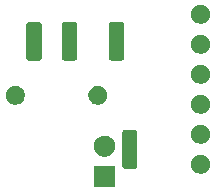
<source format=gbr>
G04 #@! TF.GenerationSoftware,KiCad,Pcbnew,(5.1.5)-3*
G04 #@! TF.CreationDate,2020-12-21T12:28:59+01:00*
G04 #@! TF.ProjectId,epimetheus_bme680,6570696d-6574-4686-9575-735f626d6536,rev?*
G04 #@! TF.SameCoordinates,Original*
G04 #@! TF.FileFunction,Soldermask,Top*
G04 #@! TF.FilePolarity,Negative*
%FSLAX46Y46*%
G04 Gerber Fmt 4.6, Leading zero omitted, Abs format (unit mm)*
G04 Created by KiCad (PCBNEW (5.1.5)-3) date 2020-12-21 12:28:59*
%MOMM*%
%LPD*%
G04 APERTURE LIST*
%ADD10C,0.100000*%
G04 APERTURE END LIST*
D10*
G36*
X171843000Y-38747000D02*
G01*
X170041000Y-38747000D01*
X170041000Y-36945000D01*
X171843000Y-36945000D01*
X171843000Y-38747000D01*
G37*
G36*
X179307142Y-36048242D02*
G01*
X179455101Y-36109529D01*
X179588255Y-36198499D01*
X179701501Y-36311745D01*
X179790471Y-36444899D01*
X179851758Y-36592858D01*
X179883000Y-36749925D01*
X179883000Y-36910075D01*
X179851758Y-37067142D01*
X179790471Y-37215101D01*
X179701501Y-37348255D01*
X179588255Y-37461501D01*
X179455101Y-37550471D01*
X179307142Y-37611758D01*
X179150075Y-37643000D01*
X178989925Y-37643000D01*
X178832858Y-37611758D01*
X178684899Y-37550471D01*
X178551745Y-37461501D01*
X178438499Y-37348255D01*
X178349529Y-37215101D01*
X178288242Y-37067142D01*
X178257000Y-36910075D01*
X178257000Y-36749925D01*
X178288242Y-36592858D01*
X178349529Y-36444899D01*
X178438499Y-36311745D01*
X178551745Y-36198499D01*
X178684899Y-36109529D01*
X178832858Y-36048242D01*
X178989925Y-36017000D01*
X179150075Y-36017000D01*
X179307142Y-36048242D01*
G37*
G36*
X173512192Y-33914646D02*
G01*
X173561414Y-33929578D01*
X173606778Y-33953826D01*
X173646542Y-33986458D01*
X173679174Y-34026222D01*
X173703422Y-34071586D01*
X173718354Y-34120808D01*
X173724000Y-34178140D01*
X173724000Y-36941860D01*
X173718354Y-36999192D01*
X173703422Y-37048414D01*
X173679174Y-37093778D01*
X173646542Y-37133542D01*
X173606778Y-37166174D01*
X173561414Y-37190422D01*
X173512192Y-37205354D01*
X173454860Y-37211000D01*
X172691140Y-37211000D01*
X172633808Y-37205354D01*
X172584586Y-37190422D01*
X172539222Y-37166174D01*
X172499458Y-37133542D01*
X172466826Y-37093778D01*
X172442578Y-37048414D01*
X172427646Y-36999192D01*
X172422000Y-36941860D01*
X172422000Y-34178140D01*
X172427646Y-34120808D01*
X172442578Y-34071586D01*
X172466826Y-34026222D01*
X172499458Y-33986458D01*
X172539222Y-33953826D01*
X172584586Y-33929578D01*
X172633808Y-33914646D01*
X172691140Y-33909000D01*
X173454860Y-33909000D01*
X173512192Y-33914646D01*
G37*
G36*
X171055512Y-34409927D02*
G01*
X171204812Y-34439624D01*
X171368784Y-34507544D01*
X171516354Y-34606147D01*
X171641853Y-34731646D01*
X171740456Y-34879216D01*
X171808376Y-35043188D01*
X171843000Y-35217259D01*
X171843000Y-35394741D01*
X171808376Y-35568812D01*
X171740456Y-35732784D01*
X171641853Y-35880354D01*
X171516354Y-36005853D01*
X171368784Y-36104456D01*
X171204812Y-36172376D01*
X171073479Y-36198499D01*
X171030742Y-36207000D01*
X170853258Y-36207000D01*
X170810521Y-36198499D01*
X170679188Y-36172376D01*
X170515216Y-36104456D01*
X170367646Y-36005853D01*
X170242147Y-35880354D01*
X170143544Y-35732784D01*
X170075624Y-35568812D01*
X170041000Y-35394741D01*
X170041000Y-35217259D01*
X170075624Y-35043188D01*
X170143544Y-34879216D01*
X170242147Y-34731646D01*
X170367646Y-34606147D01*
X170515216Y-34507544D01*
X170679188Y-34439624D01*
X170828488Y-34409927D01*
X170853258Y-34405000D01*
X171030742Y-34405000D01*
X171055512Y-34409927D01*
G37*
G36*
X179307142Y-33508242D02*
G01*
X179455101Y-33569529D01*
X179588255Y-33658499D01*
X179701501Y-33771745D01*
X179790471Y-33904899D01*
X179851758Y-34052858D01*
X179883000Y-34209925D01*
X179883000Y-34370075D01*
X179851758Y-34527142D01*
X179790471Y-34675101D01*
X179701501Y-34808255D01*
X179588255Y-34921501D01*
X179455101Y-35010471D01*
X179307142Y-35071758D01*
X179150075Y-35103000D01*
X178989925Y-35103000D01*
X178832858Y-35071758D01*
X178684899Y-35010471D01*
X178551745Y-34921501D01*
X178438499Y-34808255D01*
X178349529Y-34675101D01*
X178288242Y-34527142D01*
X178257000Y-34370075D01*
X178257000Y-34209925D01*
X178288242Y-34052858D01*
X178349529Y-33904899D01*
X178438499Y-33771745D01*
X178551745Y-33658499D01*
X178684899Y-33569529D01*
X178832858Y-33508242D01*
X178989925Y-33477000D01*
X179150075Y-33477000D01*
X179307142Y-33508242D01*
G37*
G36*
X179307142Y-30968242D02*
G01*
X179455101Y-31029529D01*
X179588255Y-31118499D01*
X179701501Y-31231745D01*
X179790471Y-31364899D01*
X179851758Y-31512858D01*
X179883000Y-31669925D01*
X179883000Y-31830075D01*
X179851758Y-31987142D01*
X179790471Y-32135101D01*
X179701501Y-32268255D01*
X179588255Y-32381501D01*
X179455101Y-32470471D01*
X179307142Y-32531758D01*
X179150075Y-32563000D01*
X178989925Y-32563000D01*
X178832858Y-32531758D01*
X178684899Y-32470471D01*
X178551745Y-32381501D01*
X178438499Y-32268255D01*
X178349529Y-32135101D01*
X178288242Y-31987142D01*
X178257000Y-31830075D01*
X178257000Y-31669925D01*
X178288242Y-31512858D01*
X178349529Y-31364899D01*
X178438499Y-31231745D01*
X178551745Y-31118499D01*
X178684899Y-31029529D01*
X178832858Y-30968242D01*
X178989925Y-30937000D01*
X179150075Y-30937000D01*
X179307142Y-30968242D01*
G37*
G36*
X170606642Y-30217781D02*
G01*
X170752414Y-30278162D01*
X170752416Y-30278163D01*
X170883608Y-30365822D01*
X170995178Y-30477392D01*
X171082837Y-30608584D01*
X171082838Y-30608586D01*
X171143219Y-30754358D01*
X171174000Y-30909107D01*
X171174000Y-31066893D01*
X171143219Y-31221642D01*
X171139034Y-31231745D01*
X171082837Y-31367416D01*
X170995178Y-31498608D01*
X170883608Y-31610178D01*
X170752416Y-31697837D01*
X170752415Y-31697838D01*
X170752414Y-31697838D01*
X170606642Y-31758219D01*
X170451893Y-31789000D01*
X170294107Y-31789000D01*
X170139358Y-31758219D01*
X169993586Y-31697838D01*
X169993585Y-31697838D01*
X169993584Y-31697837D01*
X169862392Y-31610178D01*
X169750822Y-31498608D01*
X169663163Y-31367416D01*
X169606966Y-31231745D01*
X169602781Y-31221642D01*
X169572000Y-31066893D01*
X169572000Y-30909107D01*
X169602781Y-30754358D01*
X169663162Y-30608586D01*
X169663163Y-30608584D01*
X169750822Y-30477392D01*
X169862392Y-30365822D01*
X169993584Y-30278163D01*
X169993586Y-30278162D01*
X170139358Y-30217781D01*
X170294107Y-30187000D01*
X170451893Y-30187000D01*
X170606642Y-30217781D01*
G37*
G36*
X163606642Y-30217781D02*
G01*
X163752414Y-30278162D01*
X163752416Y-30278163D01*
X163883608Y-30365822D01*
X163995178Y-30477392D01*
X164082837Y-30608584D01*
X164082838Y-30608586D01*
X164143219Y-30754358D01*
X164174000Y-30909107D01*
X164174000Y-31066893D01*
X164143219Y-31221642D01*
X164139034Y-31231745D01*
X164082837Y-31367416D01*
X163995178Y-31498608D01*
X163883608Y-31610178D01*
X163752416Y-31697837D01*
X163752415Y-31697838D01*
X163752414Y-31697838D01*
X163606642Y-31758219D01*
X163451893Y-31789000D01*
X163294107Y-31789000D01*
X163139358Y-31758219D01*
X162993586Y-31697838D01*
X162993585Y-31697838D01*
X162993584Y-31697837D01*
X162862392Y-31610178D01*
X162750822Y-31498608D01*
X162663163Y-31367416D01*
X162606966Y-31231745D01*
X162602781Y-31221642D01*
X162572000Y-31066893D01*
X162572000Y-30909107D01*
X162602781Y-30754358D01*
X162663162Y-30608586D01*
X162663163Y-30608584D01*
X162750822Y-30477392D01*
X162862392Y-30365822D01*
X162993584Y-30278163D01*
X162993586Y-30278162D01*
X163139358Y-30217781D01*
X163294107Y-30187000D01*
X163451893Y-30187000D01*
X163606642Y-30217781D01*
G37*
G36*
X179307142Y-28428242D02*
G01*
X179455101Y-28489529D01*
X179588255Y-28578499D01*
X179701501Y-28691745D01*
X179790471Y-28824899D01*
X179851758Y-28972858D01*
X179883000Y-29129925D01*
X179883000Y-29290075D01*
X179851758Y-29447142D01*
X179790471Y-29595101D01*
X179701501Y-29728255D01*
X179588255Y-29841501D01*
X179455101Y-29930471D01*
X179307142Y-29991758D01*
X179150075Y-30023000D01*
X178989925Y-30023000D01*
X178832858Y-29991758D01*
X178684899Y-29930471D01*
X178551745Y-29841501D01*
X178438499Y-29728255D01*
X178349529Y-29595101D01*
X178288242Y-29447142D01*
X178257000Y-29290075D01*
X178257000Y-29129925D01*
X178288242Y-28972858D01*
X178349529Y-28824899D01*
X178438499Y-28691745D01*
X178551745Y-28578499D01*
X178684899Y-28489529D01*
X178832858Y-28428242D01*
X178989925Y-28397000D01*
X179150075Y-28397000D01*
X179307142Y-28428242D01*
G37*
G36*
X165412192Y-24770646D02*
G01*
X165461414Y-24785578D01*
X165506778Y-24809826D01*
X165546542Y-24842458D01*
X165579174Y-24882222D01*
X165603422Y-24927586D01*
X165618354Y-24976808D01*
X165624000Y-25034140D01*
X165624000Y-27797860D01*
X165618354Y-27855192D01*
X165603422Y-27904414D01*
X165579174Y-27949778D01*
X165546542Y-27989542D01*
X165506778Y-28022174D01*
X165461414Y-28046422D01*
X165412192Y-28061354D01*
X165354860Y-28067000D01*
X164591140Y-28067000D01*
X164533808Y-28061354D01*
X164484586Y-28046422D01*
X164439222Y-28022174D01*
X164399458Y-27989542D01*
X164366826Y-27949778D01*
X164342578Y-27904414D01*
X164327646Y-27855192D01*
X164322000Y-27797860D01*
X164322000Y-25034140D01*
X164327646Y-24976808D01*
X164342578Y-24927586D01*
X164366826Y-24882222D01*
X164399458Y-24842458D01*
X164439222Y-24809826D01*
X164484586Y-24785578D01*
X164533808Y-24770646D01*
X164591140Y-24765000D01*
X165354860Y-24765000D01*
X165412192Y-24770646D01*
G37*
G36*
X168412192Y-24770646D02*
G01*
X168461414Y-24785578D01*
X168506778Y-24809826D01*
X168546542Y-24842458D01*
X168579174Y-24882222D01*
X168603422Y-24927586D01*
X168618354Y-24976808D01*
X168624000Y-25034140D01*
X168624000Y-27797860D01*
X168618354Y-27855192D01*
X168603422Y-27904414D01*
X168579174Y-27949778D01*
X168546542Y-27989542D01*
X168506778Y-28022174D01*
X168461414Y-28046422D01*
X168412192Y-28061354D01*
X168354860Y-28067000D01*
X167591140Y-28067000D01*
X167533808Y-28061354D01*
X167484586Y-28046422D01*
X167439222Y-28022174D01*
X167399458Y-27989542D01*
X167366826Y-27949778D01*
X167342578Y-27904414D01*
X167327646Y-27855192D01*
X167322000Y-27797860D01*
X167322000Y-25034140D01*
X167327646Y-24976808D01*
X167342578Y-24927586D01*
X167366826Y-24882222D01*
X167399458Y-24842458D01*
X167439222Y-24809826D01*
X167484586Y-24785578D01*
X167533808Y-24770646D01*
X167591140Y-24765000D01*
X168354860Y-24765000D01*
X168412192Y-24770646D01*
G37*
G36*
X172397192Y-24770646D02*
G01*
X172446414Y-24785578D01*
X172491778Y-24809826D01*
X172531542Y-24842458D01*
X172564174Y-24882222D01*
X172588422Y-24927586D01*
X172603354Y-24976808D01*
X172609000Y-25034140D01*
X172609000Y-27797860D01*
X172603354Y-27855192D01*
X172588422Y-27904414D01*
X172564174Y-27949778D01*
X172531542Y-27989542D01*
X172491778Y-28022174D01*
X172446414Y-28046422D01*
X172397192Y-28061354D01*
X172339860Y-28067000D01*
X171576140Y-28067000D01*
X171518808Y-28061354D01*
X171469586Y-28046422D01*
X171424222Y-28022174D01*
X171384458Y-27989542D01*
X171351826Y-27949778D01*
X171327578Y-27904414D01*
X171312646Y-27855192D01*
X171307000Y-27797860D01*
X171307000Y-25034140D01*
X171312646Y-24976808D01*
X171327578Y-24927586D01*
X171351826Y-24882222D01*
X171384458Y-24842458D01*
X171424222Y-24809826D01*
X171469586Y-24785578D01*
X171518808Y-24770646D01*
X171576140Y-24765000D01*
X172339860Y-24765000D01*
X172397192Y-24770646D01*
G37*
G36*
X179307142Y-25888242D02*
G01*
X179455101Y-25949529D01*
X179588255Y-26038499D01*
X179701501Y-26151745D01*
X179790471Y-26284899D01*
X179851758Y-26432858D01*
X179883000Y-26589925D01*
X179883000Y-26750075D01*
X179851758Y-26907142D01*
X179790471Y-27055101D01*
X179701501Y-27188255D01*
X179588255Y-27301501D01*
X179455101Y-27390471D01*
X179307142Y-27451758D01*
X179150075Y-27483000D01*
X178989925Y-27483000D01*
X178832858Y-27451758D01*
X178684899Y-27390471D01*
X178551745Y-27301501D01*
X178438499Y-27188255D01*
X178349529Y-27055101D01*
X178288242Y-26907142D01*
X178257000Y-26750075D01*
X178257000Y-26589925D01*
X178288242Y-26432858D01*
X178349529Y-26284899D01*
X178438499Y-26151745D01*
X178551745Y-26038499D01*
X178684899Y-25949529D01*
X178832858Y-25888242D01*
X178989925Y-25857000D01*
X179150075Y-25857000D01*
X179307142Y-25888242D01*
G37*
G36*
X179307142Y-23348242D02*
G01*
X179455101Y-23409529D01*
X179588255Y-23498499D01*
X179701501Y-23611745D01*
X179790471Y-23744899D01*
X179851758Y-23892858D01*
X179883000Y-24049925D01*
X179883000Y-24210075D01*
X179851758Y-24367142D01*
X179790471Y-24515101D01*
X179701501Y-24648255D01*
X179588255Y-24761501D01*
X179455101Y-24850471D01*
X179307142Y-24911758D01*
X179150075Y-24943000D01*
X178989925Y-24943000D01*
X178832858Y-24911758D01*
X178684899Y-24850471D01*
X178551745Y-24761501D01*
X178438499Y-24648255D01*
X178349529Y-24515101D01*
X178288242Y-24367142D01*
X178257000Y-24210075D01*
X178257000Y-24049925D01*
X178288242Y-23892858D01*
X178349529Y-23744899D01*
X178438499Y-23611745D01*
X178551745Y-23498499D01*
X178684899Y-23409529D01*
X178832858Y-23348242D01*
X178989925Y-23317000D01*
X179150075Y-23317000D01*
X179307142Y-23348242D01*
G37*
M02*

</source>
